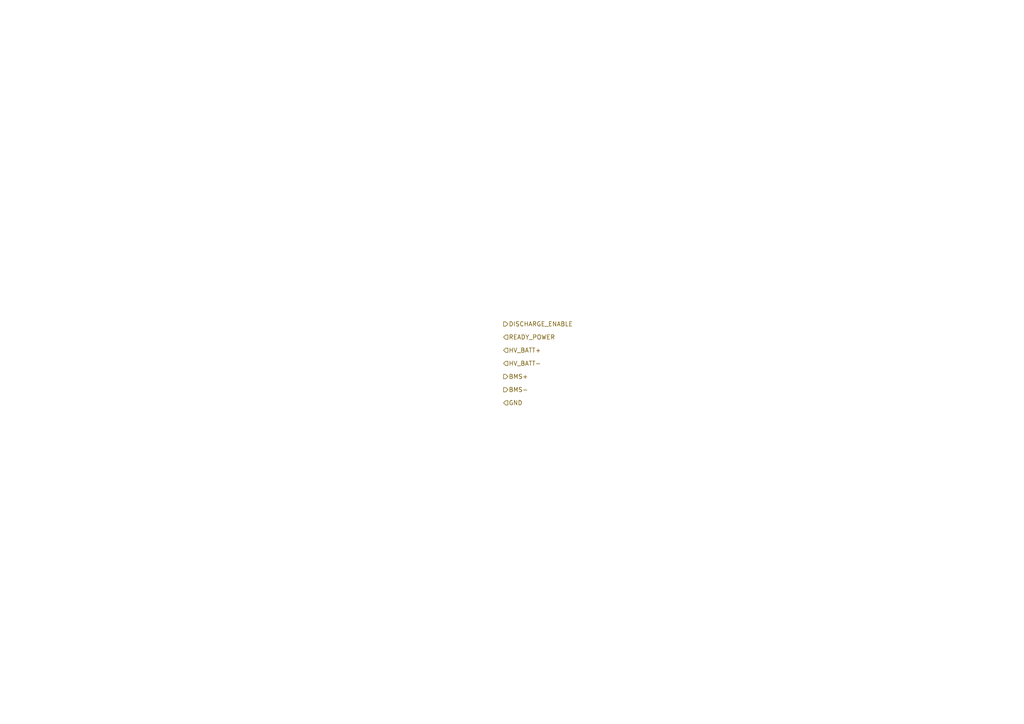
<source format=kicad_sch>
(kicad_sch (version 20211123) (generator eeschema)

  (uuid 488c299f-6d5d-4e93-a180-8e5042f53d43)

  (paper "A4")

  (lib_symbols
  )


  (hierarchical_label "BMS+" (shape output) (at 146.05 109.22 0)
    (effects (font (size 1.27 1.27)) (justify left))
    (uuid 067a8447-08df-4670-99de-420fe4dc66aa)
  )
  (hierarchical_label "DISCHARGE_ENABLE" (shape output) (at 146.05 93.98 0)
    (effects (font (size 1.27 1.27)) (justify left))
    (uuid 13a59c5e-6171-44b2-8f28-5654bdbaf8e2)
  )
  (hierarchical_label "GND" (shape input) (at 146.05 116.84 0)
    (effects (font (size 1.27 1.27)) (justify left))
    (uuid 1e14657a-0bd5-45c2-966a-63108781be59)
  )
  (hierarchical_label "HV_BATT-" (shape input) (at 146.05 105.41 0)
    (effects (font (size 1.27 1.27)) (justify left))
    (uuid 5b8c0b86-ae24-4df1-9efe-6205b9f9e66e)
  )
  (hierarchical_label "READY_POWER" (shape input) (at 146.05 97.79 0)
    (effects (font (size 1.27 1.27)) (justify left))
    (uuid 62e10363-289d-4083-86ba-de9c2abb6cf1)
  )
  (hierarchical_label "HV_BATT+" (shape input) (at 146.05 101.6 0)
    (effects (font (size 1.27 1.27)) (justify left))
    (uuid 6d6fa202-0dae-4c45-b34b-5632d839c139)
  )
  (hierarchical_label "BMS-" (shape output) (at 146.05 113.03 0)
    (effects (font (size 1.27 1.27)) (justify left))
    (uuid e1c4d46b-5d6d-4448-83d4-4de84da60d10)
  )
)

</source>
